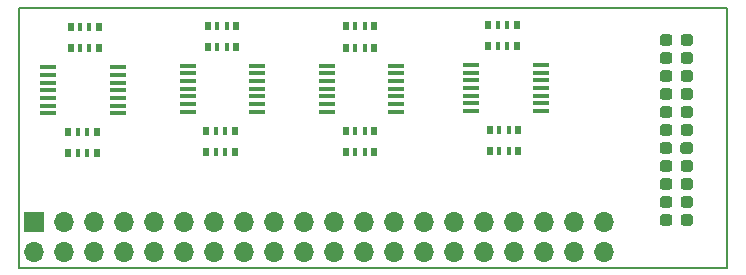
<source format=gbr>
G04 #@! TF.GenerationSoftware,KiCad,Pcbnew,(5.1.0-rc2-21-g16b3c80a7)*
G04 #@! TF.CreationDate,2019-05-25T16:35:41+02:00*
G04 #@! TF.ProjectId,Analog_Input_Module,416e616c-6f67-45f4-996e-7075745f4d6f,R2.1*
G04 #@! TF.SameCoordinates,Original*
G04 #@! TF.FileFunction,Soldermask,Bot*
G04 #@! TF.FilePolarity,Negative*
%FSLAX46Y46*%
G04 Gerber Fmt 4.6, Leading zero omitted, Abs format (unit mm)*
G04 Created by KiCad (PCBNEW (5.1.0-rc2-21-g16b3c80a7)) date 2019-05-25 16:35:41*
%MOMM*%
%LPD*%
G04 APERTURE LIST*
%ADD10C,0.150000*%
%ADD11R,1.450102X0.450102*%
%ADD12R,0.500102X0.800102*%
%ADD13R,0.400102X0.800102*%
%ADD14O,1.700102X1.700102*%
%ADD15R,1.700102X1.700102*%
%ADD16C,0.100000*%
%ADD17C,0.950102*%
G04 APERTURE END LIST*
D10*
X80000000Y-42000000D02*
X80000000Y-20000000D01*
X80000000Y-20000000D02*
X20000000Y-20000000D01*
X80000000Y-42000000D02*
X20000000Y-42000000D01*
X20000000Y-20000000D02*
X20000000Y-42000000D01*
D11*
X58285590Y-24847000D03*
X58285590Y-25497000D03*
X58285590Y-26147000D03*
X58285590Y-26797000D03*
X58285590Y-27447000D03*
X58285590Y-28097000D03*
X58285590Y-28747000D03*
X64185590Y-28747000D03*
X64185590Y-28097000D03*
X64185590Y-27447000D03*
X64185590Y-26797000D03*
X64185590Y-26147000D03*
X64185590Y-25497000D03*
X64185590Y-24847000D03*
D12*
X35884000Y-30405500D03*
D13*
X36684000Y-30405500D03*
D12*
X38284000Y-30405500D03*
D13*
X37484000Y-30405500D03*
D12*
X35884000Y-32205500D03*
D13*
X37484000Y-32205500D03*
X36684000Y-32205500D03*
D12*
X38284000Y-32205500D03*
D14*
X69596000Y-40640000D03*
X69596000Y-38100000D03*
X67056000Y-40640000D03*
X67056000Y-38100000D03*
X64516000Y-40640000D03*
X64516000Y-38100000D03*
X61976000Y-40640000D03*
X61976000Y-38100000D03*
X59436000Y-40640000D03*
X59436000Y-38100000D03*
X56896000Y-40640000D03*
X56896000Y-38100000D03*
X54356000Y-40640000D03*
X54356000Y-38100000D03*
X51816000Y-40640000D03*
X51816000Y-38100000D03*
X49276000Y-40640000D03*
X49276000Y-38100000D03*
X46736000Y-40640000D03*
X46736000Y-38100000D03*
X44196000Y-40640000D03*
X44196000Y-38100000D03*
X41656000Y-40640000D03*
X41656000Y-38100000D03*
X39116000Y-40640000D03*
X39116000Y-38100000D03*
X36576000Y-40640000D03*
X36576000Y-38100000D03*
X34036000Y-40640000D03*
X34036000Y-38100000D03*
X31496000Y-40640000D03*
X31496000Y-38100000D03*
X28956000Y-40640000D03*
X28956000Y-38100000D03*
X26416000Y-40640000D03*
X26416000Y-38100000D03*
X23876000Y-40640000D03*
X23876000Y-38100000D03*
X21336000Y-40640000D03*
D15*
X21336000Y-38100000D03*
D12*
X59756610Y-21452000D03*
D13*
X60556610Y-21452000D03*
D12*
X62156610Y-21452000D03*
D13*
X61356610Y-21452000D03*
D12*
X59756610Y-23252000D03*
D13*
X61356610Y-23252000D03*
X60556610Y-23252000D03*
D12*
X62156610Y-23252000D03*
X47691720Y-21579000D03*
D13*
X48491720Y-21579000D03*
D12*
X50091720Y-21579000D03*
D13*
X49291720Y-21579000D03*
D12*
X47691720Y-23379000D03*
D13*
X49291720Y-23379000D03*
X48491720Y-23379000D03*
D12*
X50091720Y-23379000D03*
X59887000Y-30342000D03*
D13*
X60687000Y-30342000D03*
D12*
X62287000Y-30342000D03*
D13*
X61487000Y-30342000D03*
D12*
X59887000Y-32142000D03*
D13*
X61487000Y-32142000D03*
X60687000Y-32142000D03*
D12*
X62287000Y-32142000D03*
X47695000Y-30405500D03*
D13*
X48495000Y-30405500D03*
D12*
X50095000Y-30405500D03*
D13*
X49295000Y-30405500D03*
D12*
X47695000Y-32205500D03*
D13*
X49295000Y-32205500D03*
X48495000Y-32205500D03*
D12*
X50095000Y-32205500D03*
D11*
X46081210Y-24910500D03*
X46081210Y-25560500D03*
X46081210Y-26210500D03*
X46081210Y-26860500D03*
X46081210Y-27510500D03*
X46081210Y-28160500D03*
X46081210Y-28810500D03*
X51981210Y-28810500D03*
X51981210Y-28160500D03*
X51981210Y-27510500D03*
X51981210Y-26860500D03*
X51981210Y-26210500D03*
X51981210Y-25560500D03*
X51981210Y-24910500D03*
D12*
X36011000Y-21515500D03*
D13*
X36811000Y-21515500D03*
D12*
X38411000Y-21515500D03*
D13*
X37611000Y-21515500D03*
D12*
X36011000Y-23315500D03*
D13*
X37611000Y-23315500D03*
X36811000Y-23315500D03*
D12*
X38411000Y-23315500D03*
X24394790Y-21642500D03*
D13*
X25194790Y-21642500D03*
D12*
X26794790Y-21642500D03*
D13*
X25994790Y-21642500D03*
D12*
X24394790Y-23442500D03*
D13*
X25994790Y-23442500D03*
X25194790Y-23442500D03*
D12*
X26794790Y-23442500D03*
D11*
X34301600Y-24910500D03*
X34301600Y-25560500D03*
X34301600Y-26210500D03*
X34301600Y-26860500D03*
X34301600Y-27510500D03*
X34301600Y-28160500D03*
X34301600Y-28810500D03*
X40201600Y-28810500D03*
X40201600Y-28160500D03*
X40201600Y-27510500D03*
X40201600Y-26860500D03*
X40201600Y-26210500D03*
X40201600Y-25560500D03*
X40201600Y-24910500D03*
X22505300Y-25037500D03*
X22505300Y-25687500D03*
X22505300Y-26337500D03*
X22505300Y-26987500D03*
X22505300Y-27637500D03*
X22505300Y-28287500D03*
X22505300Y-28937500D03*
X28405300Y-28937500D03*
X28405300Y-28287500D03*
X28405300Y-27637500D03*
X28405300Y-26987500D03*
X28405300Y-26337500D03*
X28405300Y-25687500D03*
X28405300Y-25037500D03*
D12*
X24200000Y-30532500D03*
D13*
X25000000Y-30532500D03*
D12*
X26600000Y-30532500D03*
D13*
X25800000Y-30532500D03*
D12*
X24200000Y-32332500D03*
D13*
X25800000Y-32332500D03*
X25000000Y-32332500D03*
D12*
X26600000Y-32332500D03*
D16*
G36*
X76877808Y-26831093D02*
G01*
X76900865Y-26834513D01*
X76923476Y-26840177D01*
X76945423Y-26848030D01*
X76966495Y-26857996D01*
X76986488Y-26869979D01*
X77005210Y-26883865D01*
X77022482Y-26899518D01*
X77038135Y-26916790D01*
X77052021Y-26935512D01*
X77064004Y-26955505D01*
X77073970Y-26976577D01*
X77081823Y-26998524D01*
X77087487Y-27021135D01*
X77090907Y-27044192D01*
X77092051Y-27067474D01*
X77092051Y-27542526D01*
X77090907Y-27565808D01*
X77087487Y-27588865D01*
X77081823Y-27611476D01*
X77073970Y-27633423D01*
X77064004Y-27654495D01*
X77052021Y-27674488D01*
X77038135Y-27693210D01*
X77022482Y-27710482D01*
X77005210Y-27726135D01*
X76986488Y-27740021D01*
X76966495Y-27752004D01*
X76945423Y-27761970D01*
X76923476Y-27769823D01*
X76900865Y-27775487D01*
X76877808Y-27778907D01*
X76854526Y-27780051D01*
X76279474Y-27780051D01*
X76256192Y-27778907D01*
X76233135Y-27775487D01*
X76210524Y-27769823D01*
X76188577Y-27761970D01*
X76167505Y-27752004D01*
X76147512Y-27740021D01*
X76128790Y-27726135D01*
X76111518Y-27710482D01*
X76095865Y-27693210D01*
X76081979Y-27674488D01*
X76069996Y-27654495D01*
X76060030Y-27633423D01*
X76052177Y-27611476D01*
X76046513Y-27588865D01*
X76043093Y-27565808D01*
X76041949Y-27542526D01*
X76041949Y-27067474D01*
X76043093Y-27044192D01*
X76046513Y-27021135D01*
X76052177Y-26998524D01*
X76060030Y-26976577D01*
X76069996Y-26955505D01*
X76081979Y-26935512D01*
X76095865Y-26916790D01*
X76111518Y-26899518D01*
X76128790Y-26883865D01*
X76147512Y-26869979D01*
X76167505Y-26857996D01*
X76188577Y-26848030D01*
X76210524Y-26840177D01*
X76233135Y-26834513D01*
X76256192Y-26831093D01*
X76279474Y-26829949D01*
X76854526Y-26829949D01*
X76877808Y-26831093D01*
X76877808Y-26831093D01*
G37*
D17*
X76567000Y-27305000D03*
D16*
G36*
X75127808Y-26831093D02*
G01*
X75150865Y-26834513D01*
X75173476Y-26840177D01*
X75195423Y-26848030D01*
X75216495Y-26857996D01*
X75236488Y-26869979D01*
X75255210Y-26883865D01*
X75272482Y-26899518D01*
X75288135Y-26916790D01*
X75302021Y-26935512D01*
X75314004Y-26955505D01*
X75323970Y-26976577D01*
X75331823Y-26998524D01*
X75337487Y-27021135D01*
X75340907Y-27044192D01*
X75342051Y-27067474D01*
X75342051Y-27542526D01*
X75340907Y-27565808D01*
X75337487Y-27588865D01*
X75331823Y-27611476D01*
X75323970Y-27633423D01*
X75314004Y-27654495D01*
X75302021Y-27674488D01*
X75288135Y-27693210D01*
X75272482Y-27710482D01*
X75255210Y-27726135D01*
X75236488Y-27740021D01*
X75216495Y-27752004D01*
X75195423Y-27761970D01*
X75173476Y-27769823D01*
X75150865Y-27775487D01*
X75127808Y-27778907D01*
X75104526Y-27780051D01*
X74529474Y-27780051D01*
X74506192Y-27778907D01*
X74483135Y-27775487D01*
X74460524Y-27769823D01*
X74438577Y-27761970D01*
X74417505Y-27752004D01*
X74397512Y-27740021D01*
X74378790Y-27726135D01*
X74361518Y-27710482D01*
X74345865Y-27693210D01*
X74331979Y-27674488D01*
X74319996Y-27654495D01*
X74310030Y-27633423D01*
X74302177Y-27611476D01*
X74296513Y-27588865D01*
X74293093Y-27565808D01*
X74291949Y-27542526D01*
X74291949Y-27067474D01*
X74293093Y-27044192D01*
X74296513Y-27021135D01*
X74302177Y-26998524D01*
X74310030Y-26976577D01*
X74319996Y-26955505D01*
X74331979Y-26935512D01*
X74345865Y-26916790D01*
X74361518Y-26899518D01*
X74378790Y-26883865D01*
X74397512Y-26869979D01*
X74417505Y-26857996D01*
X74438577Y-26848030D01*
X74460524Y-26840177D01*
X74483135Y-26834513D01*
X74506192Y-26831093D01*
X74529474Y-26829949D01*
X75104526Y-26829949D01*
X75127808Y-26831093D01*
X75127808Y-26831093D01*
G37*
D17*
X74817000Y-27305000D03*
D16*
G36*
X76877808Y-28355093D02*
G01*
X76900865Y-28358513D01*
X76923476Y-28364177D01*
X76945423Y-28372030D01*
X76966495Y-28381996D01*
X76986488Y-28393979D01*
X77005210Y-28407865D01*
X77022482Y-28423518D01*
X77038135Y-28440790D01*
X77052021Y-28459512D01*
X77064004Y-28479505D01*
X77073970Y-28500577D01*
X77081823Y-28522524D01*
X77087487Y-28545135D01*
X77090907Y-28568192D01*
X77092051Y-28591474D01*
X77092051Y-29066526D01*
X77090907Y-29089808D01*
X77087487Y-29112865D01*
X77081823Y-29135476D01*
X77073970Y-29157423D01*
X77064004Y-29178495D01*
X77052021Y-29198488D01*
X77038135Y-29217210D01*
X77022482Y-29234482D01*
X77005210Y-29250135D01*
X76986488Y-29264021D01*
X76966495Y-29276004D01*
X76945423Y-29285970D01*
X76923476Y-29293823D01*
X76900865Y-29299487D01*
X76877808Y-29302907D01*
X76854526Y-29304051D01*
X76279474Y-29304051D01*
X76256192Y-29302907D01*
X76233135Y-29299487D01*
X76210524Y-29293823D01*
X76188577Y-29285970D01*
X76167505Y-29276004D01*
X76147512Y-29264021D01*
X76128790Y-29250135D01*
X76111518Y-29234482D01*
X76095865Y-29217210D01*
X76081979Y-29198488D01*
X76069996Y-29178495D01*
X76060030Y-29157423D01*
X76052177Y-29135476D01*
X76046513Y-29112865D01*
X76043093Y-29089808D01*
X76041949Y-29066526D01*
X76041949Y-28591474D01*
X76043093Y-28568192D01*
X76046513Y-28545135D01*
X76052177Y-28522524D01*
X76060030Y-28500577D01*
X76069996Y-28479505D01*
X76081979Y-28459512D01*
X76095865Y-28440790D01*
X76111518Y-28423518D01*
X76128790Y-28407865D01*
X76147512Y-28393979D01*
X76167505Y-28381996D01*
X76188577Y-28372030D01*
X76210524Y-28364177D01*
X76233135Y-28358513D01*
X76256192Y-28355093D01*
X76279474Y-28353949D01*
X76854526Y-28353949D01*
X76877808Y-28355093D01*
X76877808Y-28355093D01*
G37*
D17*
X76567000Y-28829000D03*
D16*
G36*
X75127808Y-28355093D02*
G01*
X75150865Y-28358513D01*
X75173476Y-28364177D01*
X75195423Y-28372030D01*
X75216495Y-28381996D01*
X75236488Y-28393979D01*
X75255210Y-28407865D01*
X75272482Y-28423518D01*
X75288135Y-28440790D01*
X75302021Y-28459512D01*
X75314004Y-28479505D01*
X75323970Y-28500577D01*
X75331823Y-28522524D01*
X75337487Y-28545135D01*
X75340907Y-28568192D01*
X75342051Y-28591474D01*
X75342051Y-29066526D01*
X75340907Y-29089808D01*
X75337487Y-29112865D01*
X75331823Y-29135476D01*
X75323970Y-29157423D01*
X75314004Y-29178495D01*
X75302021Y-29198488D01*
X75288135Y-29217210D01*
X75272482Y-29234482D01*
X75255210Y-29250135D01*
X75236488Y-29264021D01*
X75216495Y-29276004D01*
X75195423Y-29285970D01*
X75173476Y-29293823D01*
X75150865Y-29299487D01*
X75127808Y-29302907D01*
X75104526Y-29304051D01*
X74529474Y-29304051D01*
X74506192Y-29302907D01*
X74483135Y-29299487D01*
X74460524Y-29293823D01*
X74438577Y-29285970D01*
X74417505Y-29276004D01*
X74397512Y-29264021D01*
X74378790Y-29250135D01*
X74361518Y-29234482D01*
X74345865Y-29217210D01*
X74331979Y-29198488D01*
X74319996Y-29178495D01*
X74310030Y-29157423D01*
X74302177Y-29135476D01*
X74296513Y-29112865D01*
X74293093Y-29089808D01*
X74291949Y-29066526D01*
X74291949Y-28591474D01*
X74293093Y-28568192D01*
X74296513Y-28545135D01*
X74302177Y-28522524D01*
X74310030Y-28500577D01*
X74319996Y-28479505D01*
X74331979Y-28459512D01*
X74345865Y-28440790D01*
X74361518Y-28423518D01*
X74378790Y-28407865D01*
X74397512Y-28393979D01*
X74417505Y-28381996D01*
X74438577Y-28372030D01*
X74460524Y-28364177D01*
X74483135Y-28358513D01*
X74506192Y-28355093D01*
X74529474Y-28353949D01*
X75104526Y-28353949D01*
X75127808Y-28355093D01*
X75127808Y-28355093D01*
G37*
D17*
X74817000Y-28829000D03*
D16*
G36*
X76877808Y-25307093D02*
G01*
X76900865Y-25310513D01*
X76923476Y-25316177D01*
X76945423Y-25324030D01*
X76966495Y-25333996D01*
X76986488Y-25345979D01*
X77005210Y-25359865D01*
X77022482Y-25375518D01*
X77038135Y-25392790D01*
X77052021Y-25411512D01*
X77064004Y-25431505D01*
X77073970Y-25452577D01*
X77081823Y-25474524D01*
X77087487Y-25497135D01*
X77090907Y-25520192D01*
X77092051Y-25543474D01*
X77092051Y-26018526D01*
X77090907Y-26041808D01*
X77087487Y-26064865D01*
X77081823Y-26087476D01*
X77073970Y-26109423D01*
X77064004Y-26130495D01*
X77052021Y-26150488D01*
X77038135Y-26169210D01*
X77022482Y-26186482D01*
X77005210Y-26202135D01*
X76986488Y-26216021D01*
X76966495Y-26228004D01*
X76945423Y-26237970D01*
X76923476Y-26245823D01*
X76900865Y-26251487D01*
X76877808Y-26254907D01*
X76854526Y-26256051D01*
X76279474Y-26256051D01*
X76256192Y-26254907D01*
X76233135Y-26251487D01*
X76210524Y-26245823D01*
X76188577Y-26237970D01*
X76167505Y-26228004D01*
X76147512Y-26216021D01*
X76128790Y-26202135D01*
X76111518Y-26186482D01*
X76095865Y-26169210D01*
X76081979Y-26150488D01*
X76069996Y-26130495D01*
X76060030Y-26109423D01*
X76052177Y-26087476D01*
X76046513Y-26064865D01*
X76043093Y-26041808D01*
X76041949Y-26018526D01*
X76041949Y-25543474D01*
X76043093Y-25520192D01*
X76046513Y-25497135D01*
X76052177Y-25474524D01*
X76060030Y-25452577D01*
X76069996Y-25431505D01*
X76081979Y-25411512D01*
X76095865Y-25392790D01*
X76111518Y-25375518D01*
X76128790Y-25359865D01*
X76147512Y-25345979D01*
X76167505Y-25333996D01*
X76188577Y-25324030D01*
X76210524Y-25316177D01*
X76233135Y-25310513D01*
X76256192Y-25307093D01*
X76279474Y-25305949D01*
X76854526Y-25305949D01*
X76877808Y-25307093D01*
X76877808Y-25307093D01*
G37*
D17*
X76567000Y-25781000D03*
D16*
G36*
X75127808Y-25307093D02*
G01*
X75150865Y-25310513D01*
X75173476Y-25316177D01*
X75195423Y-25324030D01*
X75216495Y-25333996D01*
X75236488Y-25345979D01*
X75255210Y-25359865D01*
X75272482Y-25375518D01*
X75288135Y-25392790D01*
X75302021Y-25411512D01*
X75314004Y-25431505D01*
X75323970Y-25452577D01*
X75331823Y-25474524D01*
X75337487Y-25497135D01*
X75340907Y-25520192D01*
X75342051Y-25543474D01*
X75342051Y-26018526D01*
X75340907Y-26041808D01*
X75337487Y-26064865D01*
X75331823Y-26087476D01*
X75323970Y-26109423D01*
X75314004Y-26130495D01*
X75302021Y-26150488D01*
X75288135Y-26169210D01*
X75272482Y-26186482D01*
X75255210Y-26202135D01*
X75236488Y-26216021D01*
X75216495Y-26228004D01*
X75195423Y-26237970D01*
X75173476Y-26245823D01*
X75150865Y-26251487D01*
X75127808Y-26254907D01*
X75104526Y-26256051D01*
X74529474Y-26256051D01*
X74506192Y-26254907D01*
X74483135Y-26251487D01*
X74460524Y-26245823D01*
X74438577Y-26237970D01*
X74417505Y-26228004D01*
X74397512Y-26216021D01*
X74378790Y-26202135D01*
X74361518Y-26186482D01*
X74345865Y-26169210D01*
X74331979Y-26150488D01*
X74319996Y-26130495D01*
X74310030Y-26109423D01*
X74302177Y-26087476D01*
X74296513Y-26064865D01*
X74293093Y-26041808D01*
X74291949Y-26018526D01*
X74291949Y-25543474D01*
X74293093Y-25520192D01*
X74296513Y-25497135D01*
X74302177Y-25474524D01*
X74310030Y-25452577D01*
X74319996Y-25431505D01*
X74331979Y-25411512D01*
X74345865Y-25392790D01*
X74361518Y-25375518D01*
X74378790Y-25359865D01*
X74397512Y-25345979D01*
X74417505Y-25333996D01*
X74438577Y-25324030D01*
X74460524Y-25316177D01*
X74483135Y-25310513D01*
X74506192Y-25307093D01*
X74529474Y-25305949D01*
X75104526Y-25305949D01*
X75127808Y-25307093D01*
X75127808Y-25307093D01*
G37*
D17*
X74817000Y-25781000D03*
D16*
G36*
X76877808Y-22259093D02*
G01*
X76900865Y-22262513D01*
X76923476Y-22268177D01*
X76945423Y-22276030D01*
X76966495Y-22285996D01*
X76986488Y-22297979D01*
X77005210Y-22311865D01*
X77022482Y-22327518D01*
X77038135Y-22344790D01*
X77052021Y-22363512D01*
X77064004Y-22383505D01*
X77073970Y-22404577D01*
X77081823Y-22426524D01*
X77087487Y-22449135D01*
X77090907Y-22472192D01*
X77092051Y-22495474D01*
X77092051Y-22970526D01*
X77090907Y-22993808D01*
X77087487Y-23016865D01*
X77081823Y-23039476D01*
X77073970Y-23061423D01*
X77064004Y-23082495D01*
X77052021Y-23102488D01*
X77038135Y-23121210D01*
X77022482Y-23138482D01*
X77005210Y-23154135D01*
X76986488Y-23168021D01*
X76966495Y-23180004D01*
X76945423Y-23189970D01*
X76923476Y-23197823D01*
X76900865Y-23203487D01*
X76877808Y-23206907D01*
X76854526Y-23208051D01*
X76279474Y-23208051D01*
X76256192Y-23206907D01*
X76233135Y-23203487D01*
X76210524Y-23197823D01*
X76188577Y-23189970D01*
X76167505Y-23180004D01*
X76147512Y-23168021D01*
X76128790Y-23154135D01*
X76111518Y-23138482D01*
X76095865Y-23121210D01*
X76081979Y-23102488D01*
X76069996Y-23082495D01*
X76060030Y-23061423D01*
X76052177Y-23039476D01*
X76046513Y-23016865D01*
X76043093Y-22993808D01*
X76041949Y-22970526D01*
X76041949Y-22495474D01*
X76043093Y-22472192D01*
X76046513Y-22449135D01*
X76052177Y-22426524D01*
X76060030Y-22404577D01*
X76069996Y-22383505D01*
X76081979Y-22363512D01*
X76095865Y-22344790D01*
X76111518Y-22327518D01*
X76128790Y-22311865D01*
X76147512Y-22297979D01*
X76167505Y-22285996D01*
X76188577Y-22276030D01*
X76210524Y-22268177D01*
X76233135Y-22262513D01*
X76256192Y-22259093D01*
X76279474Y-22257949D01*
X76854526Y-22257949D01*
X76877808Y-22259093D01*
X76877808Y-22259093D01*
G37*
D17*
X76567000Y-22733000D03*
D16*
G36*
X75127808Y-22259093D02*
G01*
X75150865Y-22262513D01*
X75173476Y-22268177D01*
X75195423Y-22276030D01*
X75216495Y-22285996D01*
X75236488Y-22297979D01*
X75255210Y-22311865D01*
X75272482Y-22327518D01*
X75288135Y-22344790D01*
X75302021Y-22363512D01*
X75314004Y-22383505D01*
X75323970Y-22404577D01*
X75331823Y-22426524D01*
X75337487Y-22449135D01*
X75340907Y-22472192D01*
X75342051Y-22495474D01*
X75342051Y-22970526D01*
X75340907Y-22993808D01*
X75337487Y-23016865D01*
X75331823Y-23039476D01*
X75323970Y-23061423D01*
X75314004Y-23082495D01*
X75302021Y-23102488D01*
X75288135Y-23121210D01*
X75272482Y-23138482D01*
X75255210Y-23154135D01*
X75236488Y-23168021D01*
X75216495Y-23180004D01*
X75195423Y-23189970D01*
X75173476Y-23197823D01*
X75150865Y-23203487D01*
X75127808Y-23206907D01*
X75104526Y-23208051D01*
X74529474Y-23208051D01*
X74506192Y-23206907D01*
X74483135Y-23203487D01*
X74460524Y-23197823D01*
X74438577Y-23189970D01*
X74417505Y-23180004D01*
X74397512Y-23168021D01*
X74378790Y-23154135D01*
X74361518Y-23138482D01*
X74345865Y-23121210D01*
X74331979Y-23102488D01*
X74319996Y-23082495D01*
X74310030Y-23061423D01*
X74302177Y-23039476D01*
X74296513Y-23016865D01*
X74293093Y-22993808D01*
X74291949Y-22970526D01*
X74291949Y-22495474D01*
X74293093Y-22472192D01*
X74296513Y-22449135D01*
X74302177Y-22426524D01*
X74310030Y-22404577D01*
X74319996Y-22383505D01*
X74331979Y-22363512D01*
X74345865Y-22344790D01*
X74361518Y-22327518D01*
X74378790Y-22311865D01*
X74397512Y-22297979D01*
X74417505Y-22285996D01*
X74438577Y-22276030D01*
X74460524Y-22268177D01*
X74483135Y-22262513D01*
X74506192Y-22259093D01*
X74529474Y-22257949D01*
X75104526Y-22257949D01*
X75127808Y-22259093D01*
X75127808Y-22259093D01*
G37*
D17*
X74817000Y-22733000D03*
D16*
G36*
X76877808Y-23783093D02*
G01*
X76900865Y-23786513D01*
X76923476Y-23792177D01*
X76945423Y-23800030D01*
X76966495Y-23809996D01*
X76986488Y-23821979D01*
X77005210Y-23835865D01*
X77022482Y-23851518D01*
X77038135Y-23868790D01*
X77052021Y-23887512D01*
X77064004Y-23907505D01*
X77073970Y-23928577D01*
X77081823Y-23950524D01*
X77087487Y-23973135D01*
X77090907Y-23996192D01*
X77092051Y-24019474D01*
X77092051Y-24494526D01*
X77090907Y-24517808D01*
X77087487Y-24540865D01*
X77081823Y-24563476D01*
X77073970Y-24585423D01*
X77064004Y-24606495D01*
X77052021Y-24626488D01*
X77038135Y-24645210D01*
X77022482Y-24662482D01*
X77005210Y-24678135D01*
X76986488Y-24692021D01*
X76966495Y-24704004D01*
X76945423Y-24713970D01*
X76923476Y-24721823D01*
X76900865Y-24727487D01*
X76877808Y-24730907D01*
X76854526Y-24732051D01*
X76279474Y-24732051D01*
X76256192Y-24730907D01*
X76233135Y-24727487D01*
X76210524Y-24721823D01*
X76188577Y-24713970D01*
X76167505Y-24704004D01*
X76147512Y-24692021D01*
X76128790Y-24678135D01*
X76111518Y-24662482D01*
X76095865Y-24645210D01*
X76081979Y-24626488D01*
X76069996Y-24606495D01*
X76060030Y-24585423D01*
X76052177Y-24563476D01*
X76046513Y-24540865D01*
X76043093Y-24517808D01*
X76041949Y-24494526D01*
X76041949Y-24019474D01*
X76043093Y-23996192D01*
X76046513Y-23973135D01*
X76052177Y-23950524D01*
X76060030Y-23928577D01*
X76069996Y-23907505D01*
X76081979Y-23887512D01*
X76095865Y-23868790D01*
X76111518Y-23851518D01*
X76128790Y-23835865D01*
X76147512Y-23821979D01*
X76167505Y-23809996D01*
X76188577Y-23800030D01*
X76210524Y-23792177D01*
X76233135Y-23786513D01*
X76256192Y-23783093D01*
X76279474Y-23781949D01*
X76854526Y-23781949D01*
X76877808Y-23783093D01*
X76877808Y-23783093D01*
G37*
D17*
X76567000Y-24257000D03*
D16*
G36*
X75127808Y-23783093D02*
G01*
X75150865Y-23786513D01*
X75173476Y-23792177D01*
X75195423Y-23800030D01*
X75216495Y-23809996D01*
X75236488Y-23821979D01*
X75255210Y-23835865D01*
X75272482Y-23851518D01*
X75288135Y-23868790D01*
X75302021Y-23887512D01*
X75314004Y-23907505D01*
X75323970Y-23928577D01*
X75331823Y-23950524D01*
X75337487Y-23973135D01*
X75340907Y-23996192D01*
X75342051Y-24019474D01*
X75342051Y-24494526D01*
X75340907Y-24517808D01*
X75337487Y-24540865D01*
X75331823Y-24563476D01*
X75323970Y-24585423D01*
X75314004Y-24606495D01*
X75302021Y-24626488D01*
X75288135Y-24645210D01*
X75272482Y-24662482D01*
X75255210Y-24678135D01*
X75236488Y-24692021D01*
X75216495Y-24704004D01*
X75195423Y-24713970D01*
X75173476Y-24721823D01*
X75150865Y-24727487D01*
X75127808Y-24730907D01*
X75104526Y-24732051D01*
X74529474Y-24732051D01*
X74506192Y-24730907D01*
X74483135Y-24727487D01*
X74460524Y-24721823D01*
X74438577Y-24713970D01*
X74417505Y-24704004D01*
X74397512Y-24692021D01*
X74378790Y-24678135D01*
X74361518Y-24662482D01*
X74345865Y-24645210D01*
X74331979Y-24626488D01*
X74319996Y-24606495D01*
X74310030Y-24585423D01*
X74302177Y-24563476D01*
X74296513Y-24540865D01*
X74293093Y-24517808D01*
X74291949Y-24494526D01*
X74291949Y-24019474D01*
X74293093Y-23996192D01*
X74296513Y-23973135D01*
X74302177Y-23950524D01*
X74310030Y-23928577D01*
X74319996Y-23907505D01*
X74331979Y-23887512D01*
X74345865Y-23868790D01*
X74361518Y-23851518D01*
X74378790Y-23835865D01*
X74397512Y-23821979D01*
X74417505Y-23809996D01*
X74438577Y-23800030D01*
X74460524Y-23792177D01*
X74483135Y-23786513D01*
X74506192Y-23783093D01*
X74529474Y-23781949D01*
X75104526Y-23781949D01*
X75127808Y-23783093D01*
X75127808Y-23783093D01*
G37*
D17*
X74817000Y-24257000D03*
D16*
G36*
X76877808Y-32927093D02*
G01*
X76900865Y-32930513D01*
X76923476Y-32936177D01*
X76945423Y-32944030D01*
X76966495Y-32953996D01*
X76986488Y-32965979D01*
X77005210Y-32979865D01*
X77022482Y-32995518D01*
X77038135Y-33012790D01*
X77052021Y-33031512D01*
X77064004Y-33051505D01*
X77073970Y-33072577D01*
X77081823Y-33094524D01*
X77087487Y-33117135D01*
X77090907Y-33140192D01*
X77092051Y-33163474D01*
X77092051Y-33638526D01*
X77090907Y-33661808D01*
X77087487Y-33684865D01*
X77081823Y-33707476D01*
X77073970Y-33729423D01*
X77064004Y-33750495D01*
X77052021Y-33770488D01*
X77038135Y-33789210D01*
X77022482Y-33806482D01*
X77005210Y-33822135D01*
X76986488Y-33836021D01*
X76966495Y-33848004D01*
X76945423Y-33857970D01*
X76923476Y-33865823D01*
X76900865Y-33871487D01*
X76877808Y-33874907D01*
X76854526Y-33876051D01*
X76279474Y-33876051D01*
X76256192Y-33874907D01*
X76233135Y-33871487D01*
X76210524Y-33865823D01*
X76188577Y-33857970D01*
X76167505Y-33848004D01*
X76147512Y-33836021D01*
X76128790Y-33822135D01*
X76111518Y-33806482D01*
X76095865Y-33789210D01*
X76081979Y-33770488D01*
X76069996Y-33750495D01*
X76060030Y-33729423D01*
X76052177Y-33707476D01*
X76046513Y-33684865D01*
X76043093Y-33661808D01*
X76041949Y-33638526D01*
X76041949Y-33163474D01*
X76043093Y-33140192D01*
X76046513Y-33117135D01*
X76052177Y-33094524D01*
X76060030Y-33072577D01*
X76069996Y-33051505D01*
X76081979Y-33031512D01*
X76095865Y-33012790D01*
X76111518Y-32995518D01*
X76128790Y-32979865D01*
X76147512Y-32965979D01*
X76167505Y-32953996D01*
X76188577Y-32944030D01*
X76210524Y-32936177D01*
X76233135Y-32930513D01*
X76256192Y-32927093D01*
X76279474Y-32925949D01*
X76854526Y-32925949D01*
X76877808Y-32927093D01*
X76877808Y-32927093D01*
G37*
D17*
X76567000Y-33401000D03*
D16*
G36*
X75127808Y-32927093D02*
G01*
X75150865Y-32930513D01*
X75173476Y-32936177D01*
X75195423Y-32944030D01*
X75216495Y-32953996D01*
X75236488Y-32965979D01*
X75255210Y-32979865D01*
X75272482Y-32995518D01*
X75288135Y-33012790D01*
X75302021Y-33031512D01*
X75314004Y-33051505D01*
X75323970Y-33072577D01*
X75331823Y-33094524D01*
X75337487Y-33117135D01*
X75340907Y-33140192D01*
X75342051Y-33163474D01*
X75342051Y-33638526D01*
X75340907Y-33661808D01*
X75337487Y-33684865D01*
X75331823Y-33707476D01*
X75323970Y-33729423D01*
X75314004Y-33750495D01*
X75302021Y-33770488D01*
X75288135Y-33789210D01*
X75272482Y-33806482D01*
X75255210Y-33822135D01*
X75236488Y-33836021D01*
X75216495Y-33848004D01*
X75195423Y-33857970D01*
X75173476Y-33865823D01*
X75150865Y-33871487D01*
X75127808Y-33874907D01*
X75104526Y-33876051D01*
X74529474Y-33876051D01*
X74506192Y-33874907D01*
X74483135Y-33871487D01*
X74460524Y-33865823D01*
X74438577Y-33857970D01*
X74417505Y-33848004D01*
X74397512Y-33836021D01*
X74378790Y-33822135D01*
X74361518Y-33806482D01*
X74345865Y-33789210D01*
X74331979Y-33770488D01*
X74319996Y-33750495D01*
X74310030Y-33729423D01*
X74302177Y-33707476D01*
X74296513Y-33684865D01*
X74293093Y-33661808D01*
X74291949Y-33638526D01*
X74291949Y-33163474D01*
X74293093Y-33140192D01*
X74296513Y-33117135D01*
X74302177Y-33094524D01*
X74310030Y-33072577D01*
X74319996Y-33051505D01*
X74331979Y-33031512D01*
X74345865Y-33012790D01*
X74361518Y-32995518D01*
X74378790Y-32979865D01*
X74397512Y-32965979D01*
X74417505Y-32953996D01*
X74438577Y-32944030D01*
X74460524Y-32936177D01*
X74483135Y-32930513D01*
X74506192Y-32927093D01*
X74529474Y-32925949D01*
X75104526Y-32925949D01*
X75127808Y-32927093D01*
X75127808Y-32927093D01*
G37*
D17*
X74817000Y-33401000D03*
D16*
G36*
X75127808Y-29879093D02*
G01*
X75150865Y-29882513D01*
X75173476Y-29888177D01*
X75195423Y-29896030D01*
X75216495Y-29905996D01*
X75236488Y-29917979D01*
X75255210Y-29931865D01*
X75272482Y-29947518D01*
X75288135Y-29964790D01*
X75302021Y-29983512D01*
X75314004Y-30003505D01*
X75323970Y-30024577D01*
X75331823Y-30046524D01*
X75337487Y-30069135D01*
X75340907Y-30092192D01*
X75342051Y-30115474D01*
X75342051Y-30590526D01*
X75340907Y-30613808D01*
X75337487Y-30636865D01*
X75331823Y-30659476D01*
X75323970Y-30681423D01*
X75314004Y-30702495D01*
X75302021Y-30722488D01*
X75288135Y-30741210D01*
X75272482Y-30758482D01*
X75255210Y-30774135D01*
X75236488Y-30788021D01*
X75216495Y-30800004D01*
X75195423Y-30809970D01*
X75173476Y-30817823D01*
X75150865Y-30823487D01*
X75127808Y-30826907D01*
X75104526Y-30828051D01*
X74529474Y-30828051D01*
X74506192Y-30826907D01*
X74483135Y-30823487D01*
X74460524Y-30817823D01*
X74438577Y-30809970D01*
X74417505Y-30800004D01*
X74397512Y-30788021D01*
X74378790Y-30774135D01*
X74361518Y-30758482D01*
X74345865Y-30741210D01*
X74331979Y-30722488D01*
X74319996Y-30702495D01*
X74310030Y-30681423D01*
X74302177Y-30659476D01*
X74296513Y-30636865D01*
X74293093Y-30613808D01*
X74291949Y-30590526D01*
X74291949Y-30115474D01*
X74293093Y-30092192D01*
X74296513Y-30069135D01*
X74302177Y-30046524D01*
X74310030Y-30024577D01*
X74319996Y-30003505D01*
X74331979Y-29983512D01*
X74345865Y-29964790D01*
X74361518Y-29947518D01*
X74378790Y-29931865D01*
X74397512Y-29917979D01*
X74417505Y-29905996D01*
X74438577Y-29896030D01*
X74460524Y-29888177D01*
X74483135Y-29882513D01*
X74506192Y-29879093D01*
X74529474Y-29877949D01*
X75104526Y-29877949D01*
X75127808Y-29879093D01*
X75127808Y-29879093D01*
G37*
D17*
X74817000Y-30353000D03*
D16*
G36*
X76877808Y-29879093D02*
G01*
X76900865Y-29882513D01*
X76923476Y-29888177D01*
X76945423Y-29896030D01*
X76966495Y-29905996D01*
X76986488Y-29917979D01*
X77005210Y-29931865D01*
X77022482Y-29947518D01*
X77038135Y-29964790D01*
X77052021Y-29983512D01*
X77064004Y-30003505D01*
X77073970Y-30024577D01*
X77081823Y-30046524D01*
X77087487Y-30069135D01*
X77090907Y-30092192D01*
X77092051Y-30115474D01*
X77092051Y-30590526D01*
X77090907Y-30613808D01*
X77087487Y-30636865D01*
X77081823Y-30659476D01*
X77073970Y-30681423D01*
X77064004Y-30702495D01*
X77052021Y-30722488D01*
X77038135Y-30741210D01*
X77022482Y-30758482D01*
X77005210Y-30774135D01*
X76986488Y-30788021D01*
X76966495Y-30800004D01*
X76945423Y-30809970D01*
X76923476Y-30817823D01*
X76900865Y-30823487D01*
X76877808Y-30826907D01*
X76854526Y-30828051D01*
X76279474Y-30828051D01*
X76256192Y-30826907D01*
X76233135Y-30823487D01*
X76210524Y-30817823D01*
X76188577Y-30809970D01*
X76167505Y-30800004D01*
X76147512Y-30788021D01*
X76128790Y-30774135D01*
X76111518Y-30758482D01*
X76095865Y-30741210D01*
X76081979Y-30722488D01*
X76069996Y-30702495D01*
X76060030Y-30681423D01*
X76052177Y-30659476D01*
X76046513Y-30636865D01*
X76043093Y-30613808D01*
X76041949Y-30590526D01*
X76041949Y-30115474D01*
X76043093Y-30092192D01*
X76046513Y-30069135D01*
X76052177Y-30046524D01*
X76060030Y-30024577D01*
X76069996Y-30003505D01*
X76081979Y-29983512D01*
X76095865Y-29964790D01*
X76111518Y-29947518D01*
X76128790Y-29931865D01*
X76147512Y-29917979D01*
X76167505Y-29905996D01*
X76188577Y-29896030D01*
X76210524Y-29888177D01*
X76233135Y-29882513D01*
X76256192Y-29879093D01*
X76279474Y-29877949D01*
X76854526Y-29877949D01*
X76877808Y-29879093D01*
X76877808Y-29879093D01*
G37*
D17*
X76567000Y-30353000D03*
D16*
G36*
X75127808Y-34451093D02*
G01*
X75150865Y-34454513D01*
X75173476Y-34460177D01*
X75195423Y-34468030D01*
X75216495Y-34477996D01*
X75236488Y-34489979D01*
X75255210Y-34503865D01*
X75272482Y-34519518D01*
X75288135Y-34536790D01*
X75302021Y-34555512D01*
X75314004Y-34575505D01*
X75323970Y-34596577D01*
X75331823Y-34618524D01*
X75337487Y-34641135D01*
X75340907Y-34664192D01*
X75342051Y-34687474D01*
X75342051Y-35162526D01*
X75340907Y-35185808D01*
X75337487Y-35208865D01*
X75331823Y-35231476D01*
X75323970Y-35253423D01*
X75314004Y-35274495D01*
X75302021Y-35294488D01*
X75288135Y-35313210D01*
X75272482Y-35330482D01*
X75255210Y-35346135D01*
X75236488Y-35360021D01*
X75216495Y-35372004D01*
X75195423Y-35381970D01*
X75173476Y-35389823D01*
X75150865Y-35395487D01*
X75127808Y-35398907D01*
X75104526Y-35400051D01*
X74529474Y-35400051D01*
X74506192Y-35398907D01*
X74483135Y-35395487D01*
X74460524Y-35389823D01*
X74438577Y-35381970D01*
X74417505Y-35372004D01*
X74397512Y-35360021D01*
X74378790Y-35346135D01*
X74361518Y-35330482D01*
X74345865Y-35313210D01*
X74331979Y-35294488D01*
X74319996Y-35274495D01*
X74310030Y-35253423D01*
X74302177Y-35231476D01*
X74296513Y-35208865D01*
X74293093Y-35185808D01*
X74291949Y-35162526D01*
X74291949Y-34687474D01*
X74293093Y-34664192D01*
X74296513Y-34641135D01*
X74302177Y-34618524D01*
X74310030Y-34596577D01*
X74319996Y-34575505D01*
X74331979Y-34555512D01*
X74345865Y-34536790D01*
X74361518Y-34519518D01*
X74378790Y-34503865D01*
X74397512Y-34489979D01*
X74417505Y-34477996D01*
X74438577Y-34468030D01*
X74460524Y-34460177D01*
X74483135Y-34454513D01*
X74506192Y-34451093D01*
X74529474Y-34449949D01*
X75104526Y-34449949D01*
X75127808Y-34451093D01*
X75127808Y-34451093D01*
G37*
D17*
X74817000Y-34925000D03*
D16*
G36*
X76877808Y-34451093D02*
G01*
X76900865Y-34454513D01*
X76923476Y-34460177D01*
X76945423Y-34468030D01*
X76966495Y-34477996D01*
X76986488Y-34489979D01*
X77005210Y-34503865D01*
X77022482Y-34519518D01*
X77038135Y-34536790D01*
X77052021Y-34555512D01*
X77064004Y-34575505D01*
X77073970Y-34596577D01*
X77081823Y-34618524D01*
X77087487Y-34641135D01*
X77090907Y-34664192D01*
X77092051Y-34687474D01*
X77092051Y-35162526D01*
X77090907Y-35185808D01*
X77087487Y-35208865D01*
X77081823Y-35231476D01*
X77073970Y-35253423D01*
X77064004Y-35274495D01*
X77052021Y-35294488D01*
X77038135Y-35313210D01*
X77022482Y-35330482D01*
X77005210Y-35346135D01*
X76986488Y-35360021D01*
X76966495Y-35372004D01*
X76945423Y-35381970D01*
X76923476Y-35389823D01*
X76900865Y-35395487D01*
X76877808Y-35398907D01*
X76854526Y-35400051D01*
X76279474Y-35400051D01*
X76256192Y-35398907D01*
X76233135Y-35395487D01*
X76210524Y-35389823D01*
X76188577Y-35381970D01*
X76167505Y-35372004D01*
X76147512Y-35360021D01*
X76128790Y-35346135D01*
X76111518Y-35330482D01*
X76095865Y-35313210D01*
X76081979Y-35294488D01*
X76069996Y-35274495D01*
X76060030Y-35253423D01*
X76052177Y-35231476D01*
X76046513Y-35208865D01*
X76043093Y-35185808D01*
X76041949Y-35162526D01*
X76041949Y-34687474D01*
X76043093Y-34664192D01*
X76046513Y-34641135D01*
X76052177Y-34618524D01*
X76060030Y-34596577D01*
X76069996Y-34575505D01*
X76081979Y-34555512D01*
X76095865Y-34536790D01*
X76111518Y-34519518D01*
X76128790Y-34503865D01*
X76147512Y-34489979D01*
X76167505Y-34477996D01*
X76188577Y-34468030D01*
X76210524Y-34460177D01*
X76233135Y-34454513D01*
X76256192Y-34451093D01*
X76279474Y-34449949D01*
X76854526Y-34449949D01*
X76877808Y-34451093D01*
X76877808Y-34451093D01*
G37*
D17*
X76567000Y-34925000D03*
D16*
G36*
X75127808Y-35975093D02*
G01*
X75150865Y-35978513D01*
X75173476Y-35984177D01*
X75195423Y-35992030D01*
X75216495Y-36001996D01*
X75236488Y-36013979D01*
X75255210Y-36027865D01*
X75272482Y-36043518D01*
X75288135Y-36060790D01*
X75302021Y-36079512D01*
X75314004Y-36099505D01*
X75323970Y-36120577D01*
X75331823Y-36142524D01*
X75337487Y-36165135D01*
X75340907Y-36188192D01*
X75342051Y-36211474D01*
X75342051Y-36686526D01*
X75340907Y-36709808D01*
X75337487Y-36732865D01*
X75331823Y-36755476D01*
X75323970Y-36777423D01*
X75314004Y-36798495D01*
X75302021Y-36818488D01*
X75288135Y-36837210D01*
X75272482Y-36854482D01*
X75255210Y-36870135D01*
X75236488Y-36884021D01*
X75216495Y-36896004D01*
X75195423Y-36905970D01*
X75173476Y-36913823D01*
X75150865Y-36919487D01*
X75127808Y-36922907D01*
X75104526Y-36924051D01*
X74529474Y-36924051D01*
X74506192Y-36922907D01*
X74483135Y-36919487D01*
X74460524Y-36913823D01*
X74438577Y-36905970D01*
X74417505Y-36896004D01*
X74397512Y-36884021D01*
X74378790Y-36870135D01*
X74361518Y-36854482D01*
X74345865Y-36837210D01*
X74331979Y-36818488D01*
X74319996Y-36798495D01*
X74310030Y-36777423D01*
X74302177Y-36755476D01*
X74296513Y-36732865D01*
X74293093Y-36709808D01*
X74291949Y-36686526D01*
X74291949Y-36211474D01*
X74293093Y-36188192D01*
X74296513Y-36165135D01*
X74302177Y-36142524D01*
X74310030Y-36120577D01*
X74319996Y-36099505D01*
X74331979Y-36079512D01*
X74345865Y-36060790D01*
X74361518Y-36043518D01*
X74378790Y-36027865D01*
X74397512Y-36013979D01*
X74417505Y-36001996D01*
X74438577Y-35992030D01*
X74460524Y-35984177D01*
X74483135Y-35978513D01*
X74506192Y-35975093D01*
X74529474Y-35973949D01*
X75104526Y-35973949D01*
X75127808Y-35975093D01*
X75127808Y-35975093D01*
G37*
D17*
X74817000Y-36449000D03*
D16*
G36*
X76877808Y-35975093D02*
G01*
X76900865Y-35978513D01*
X76923476Y-35984177D01*
X76945423Y-35992030D01*
X76966495Y-36001996D01*
X76986488Y-36013979D01*
X77005210Y-36027865D01*
X77022482Y-36043518D01*
X77038135Y-36060790D01*
X77052021Y-36079512D01*
X77064004Y-36099505D01*
X77073970Y-36120577D01*
X77081823Y-36142524D01*
X77087487Y-36165135D01*
X77090907Y-36188192D01*
X77092051Y-36211474D01*
X77092051Y-36686526D01*
X77090907Y-36709808D01*
X77087487Y-36732865D01*
X77081823Y-36755476D01*
X77073970Y-36777423D01*
X77064004Y-36798495D01*
X77052021Y-36818488D01*
X77038135Y-36837210D01*
X77022482Y-36854482D01*
X77005210Y-36870135D01*
X76986488Y-36884021D01*
X76966495Y-36896004D01*
X76945423Y-36905970D01*
X76923476Y-36913823D01*
X76900865Y-36919487D01*
X76877808Y-36922907D01*
X76854526Y-36924051D01*
X76279474Y-36924051D01*
X76256192Y-36922907D01*
X76233135Y-36919487D01*
X76210524Y-36913823D01*
X76188577Y-36905970D01*
X76167505Y-36896004D01*
X76147512Y-36884021D01*
X76128790Y-36870135D01*
X76111518Y-36854482D01*
X76095865Y-36837210D01*
X76081979Y-36818488D01*
X76069996Y-36798495D01*
X76060030Y-36777423D01*
X76052177Y-36755476D01*
X76046513Y-36732865D01*
X76043093Y-36709808D01*
X76041949Y-36686526D01*
X76041949Y-36211474D01*
X76043093Y-36188192D01*
X76046513Y-36165135D01*
X76052177Y-36142524D01*
X76060030Y-36120577D01*
X76069996Y-36099505D01*
X76081979Y-36079512D01*
X76095865Y-36060790D01*
X76111518Y-36043518D01*
X76128790Y-36027865D01*
X76147512Y-36013979D01*
X76167505Y-36001996D01*
X76188577Y-35992030D01*
X76210524Y-35984177D01*
X76233135Y-35978513D01*
X76256192Y-35975093D01*
X76279474Y-35973949D01*
X76854526Y-35973949D01*
X76877808Y-35975093D01*
X76877808Y-35975093D01*
G37*
D17*
X76567000Y-36449000D03*
D16*
G36*
X75113808Y-31403093D02*
G01*
X75136865Y-31406513D01*
X75159476Y-31412177D01*
X75181423Y-31420030D01*
X75202495Y-31429996D01*
X75222488Y-31441979D01*
X75241210Y-31455865D01*
X75258482Y-31471518D01*
X75274135Y-31488790D01*
X75288021Y-31507512D01*
X75300004Y-31527505D01*
X75309970Y-31548577D01*
X75317823Y-31570524D01*
X75323487Y-31593135D01*
X75326907Y-31616192D01*
X75328051Y-31639474D01*
X75328051Y-32114526D01*
X75326907Y-32137808D01*
X75323487Y-32160865D01*
X75317823Y-32183476D01*
X75309970Y-32205423D01*
X75300004Y-32226495D01*
X75288021Y-32246488D01*
X75274135Y-32265210D01*
X75258482Y-32282482D01*
X75241210Y-32298135D01*
X75222488Y-32312021D01*
X75202495Y-32324004D01*
X75181423Y-32333970D01*
X75159476Y-32341823D01*
X75136865Y-32347487D01*
X75113808Y-32350907D01*
X75090526Y-32352051D01*
X74515474Y-32352051D01*
X74492192Y-32350907D01*
X74469135Y-32347487D01*
X74446524Y-32341823D01*
X74424577Y-32333970D01*
X74403505Y-32324004D01*
X74383512Y-32312021D01*
X74364790Y-32298135D01*
X74347518Y-32282482D01*
X74331865Y-32265210D01*
X74317979Y-32246488D01*
X74305996Y-32226495D01*
X74296030Y-32205423D01*
X74288177Y-32183476D01*
X74282513Y-32160865D01*
X74279093Y-32137808D01*
X74277949Y-32114526D01*
X74277949Y-31639474D01*
X74279093Y-31616192D01*
X74282513Y-31593135D01*
X74288177Y-31570524D01*
X74296030Y-31548577D01*
X74305996Y-31527505D01*
X74317979Y-31507512D01*
X74331865Y-31488790D01*
X74347518Y-31471518D01*
X74364790Y-31455865D01*
X74383512Y-31441979D01*
X74403505Y-31429996D01*
X74424577Y-31420030D01*
X74446524Y-31412177D01*
X74469135Y-31406513D01*
X74492192Y-31403093D01*
X74515474Y-31401949D01*
X75090526Y-31401949D01*
X75113808Y-31403093D01*
X75113808Y-31403093D01*
G37*
D17*
X74803000Y-31877000D03*
D16*
G36*
X76863808Y-31403093D02*
G01*
X76886865Y-31406513D01*
X76909476Y-31412177D01*
X76931423Y-31420030D01*
X76952495Y-31429996D01*
X76972488Y-31441979D01*
X76991210Y-31455865D01*
X77008482Y-31471518D01*
X77024135Y-31488790D01*
X77038021Y-31507512D01*
X77050004Y-31527505D01*
X77059970Y-31548577D01*
X77067823Y-31570524D01*
X77073487Y-31593135D01*
X77076907Y-31616192D01*
X77078051Y-31639474D01*
X77078051Y-32114526D01*
X77076907Y-32137808D01*
X77073487Y-32160865D01*
X77067823Y-32183476D01*
X77059970Y-32205423D01*
X77050004Y-32226495D01*
X77038021Y-32246488D01*
X77024135Y-32265210D01*
X77008482Y-32282482D01*
X76991210Y-32298135D01*
X76972488Y-32312021D01*
X76952495Y-32324004D01*
X76931423Y-32333970D01*
X76909476Y-32341823D01*
X76886865Y-32347487D01*
X76863808Y-32350907D01*
X76840526Y-32352051D01*
X76265474Y-32352051D01*
X76242192Y-32350907D01*
X76219135Y-32347487D01*
X76196524Y-32341823D01*
X76174577Y-32333970D01*
X76153505Y-32324004D01*
X76133512Y-32312021D01*
X76114790Y-32298135D01*
X76097518Y-32282482D01*
X76081865Y-32265210D01*
X76067979Y-32246488D01*
X76055996Y-32226495D01*
X76046030Y-32205423D01*
X76038177Y-32183476D01*
X76032513Y-32160865D01*
X76029093Y-32137808D01*
X76027949Y-32114526D01*
X76027949Y-31639474D01*
X76029093Y-31616192D01*
X76032513Y-31593135D01*
X76038177Y-31570524D01*
X76046030Y-31548577D01*
X76055996Y-31527505D01*
X76067979Y-31507512D01*
X76081865Y-31488790D01*
X76097518Y-31471518D01*
X76114790Y-31455865D01*
X76133512Y-31441979D01*
X76153505Y-31429996D01*
X76174577Y-31420030D01*
X76196524Y-31412177D01*
X76219135Y-31406513D01*
X76242192Y-31403093D01*
X76265474Y-31401949D01*
X76840526Y-31401949D01*
X76863808Y-31403093D01*
X76863808Y-31403093D01*
G37*
D17*
X76553000Y-31877000D03*
D16*
G36*
X75127808Y-37499093D02*
G01*
X75150865Y-37502513D01*
X75173476Y-37508177D01*
X75195423Y-37516030D01*
X75216495Y-37525996D01*
X75236488Y-37537979D01*
X75255210Y-37551865D01*
X75272482Y-37567518D01*
X75288135Y-37584790D01*
X75302021Y-37603512D01*
X75314004Y-37623505D01*
X75323970Y-37644577D01*
X75331823Y-37666524D01*
X75337487Y-37689135D01*
X75340907Y-37712192D01*
X75342051Y-37735474D01*
X75342051Y-38210526D01*
X75340907Y-38233808D01*
X75337487Y-38256865D01*
X75331823Y-38279476D01*
X75323970Y-38301423D01*
X75314004Y-38322495D01*
X75302021Y-38342488D01*
X75288135Y-38361210D01*
X75272482Y-38378482D01*
X75255210Y-38394135D01*
X75236488Y-38408021D01*
X75216495Y-38420004D01*
X75195423Y-38429970D01*
X75173476Y-38437823D01*
X75150865Y-38443487D01*
X75127808Y-38446907D01*
X75104526Y-38448051D01*
X74529474Y-38448051D01*
X74506192Y-38446907D01*
X74483135Y-38443487D01*
X74460524Y-38437823D01*
X74438577Y-38429970D01*
X74417505Y-38420004D01*
X74397512Y-38408021D01*
X74378790Y-38394135D01*
X74361518Y-38378482D01*
X74345865Y-38361210D01*
X74331979Y-38342488D01*
X74319996Y-38322495D01*
X74310030Y-38301423D01*
X74302177Y-38279476D01*
X74296513Y-38256865D01*
X74293093Y-38233808D01*
X74291949Y-38210526D01*
X74291949Y-37735474D01*
X74293093Y-37712192D01*
X74296513Y-37689135D01*
X74302177Y-37666524D01*
X74310030Y-37644577D01*
X74319996Y-37623505D01*
X74331979Y-37603512D01*
X74345865Y-37584790D01*
X74361518Y-37567518D01*
X74378790Y-37551865D01*
X74397512Y-37537979D01*
X74417505Y-37525996D01*
X74438577Y-37516030D01*
X74460524Y-37508177D01*
X74483135Y-37502513D01*
X74506192Y-37499093D01*
X74529474Y-37497949D01*
X75104526Y-37497949D01*
X75127808Y-37499093D01*
X75127808Y-37499093D01*
G37*
D17*
X74817000Y-37973000D03*
D16*
G36*
X76877808Y-37499093D02*
G01*
X76900865Y-37502513D01*
X76923476Y-37508177D01*
X76945423Y-37516030D01*
X76966495Y-37525996D01*
X76986488Y-37537979D01*
X77005210Y-37551865D01*
X77022482Y-37567518D01*
X77038135Y-37584790D01*
X77052021Y-37603512D01*
X77064004Y-37623505D01*
X77073970Y-37644577D01*
X77081823Y-37666524D01*
X77087487Y-37689135D01*
X77090907Y-37712192D01*
X77092051Y-37735474D01*
X77092051Y-38210526D01*
X77090907Y-38233808D01*
X77087487Y-38256865D01*
X77081823Y-38279476D01*
X77073970Y-38301423D01*
X77064004Y-38322495D01*
X77052021Y-38342488D01*
X77038135Y-38361210D01*
X77022482Y-38378482D01*
X77005210Y-38394135D01*
X76986488Y-38408021D01*
X76966495Y-38420004D01*
X76945423Y-38429970D01*
X76923476Y-38437823D01*
X76900865Y-38443487D01*
X76877808Y-38446907D01*
X76854526Y-38448051D01*
X76279474Y-38448051D01*
X76256192Y-38446907D01*
X76233135Y-38443487D01*
X76210524Y-38437823D01*
X76188577Y-38429970D01*
X76167505Y-38420004D01*
X76147512Y-38408021D01*
X76128790Y-38394135D01*
X76111518Y-38378482D01*
X76095865Y-38361210D01*
X76081979Y-38342488D01*
X76069996Y-38322495D01*
X76060030Y-38301423D01*
X76052177Y-38279476D01*
X76046513Y-38256865D01*
X76043093Y-38233808D01*
X76041949Y-38210526D01*
X76041949Y-37735474D01*
X76043093Y-37712192D01*
X76046513Y-37689135D01*
X76052177Y-37666524D01*
X76060030Y-37644577D01*
X76069996Y-37623505D01*
X76081979Y-37603512D01*
X76095865Y-37584790D01*
X76111518Y-37567518D01*
X76128790Y-37551865D01*
X76147512Y-37537979D01*
X76167505Y-37525996D01*
X76188577Y-37516030D01*
X76210524Y-37508177D01*
X76233135Y-37502513D01*
X76256192Y-37499093D01*
X76279474Y-37497949D01*
X76854526Y-37497949D01*
X76877808Y-37499093D01*
X76877808Y-37499093D01*
G37*
D17*
X76567000Y-37973000D03*
M02*

</source>
